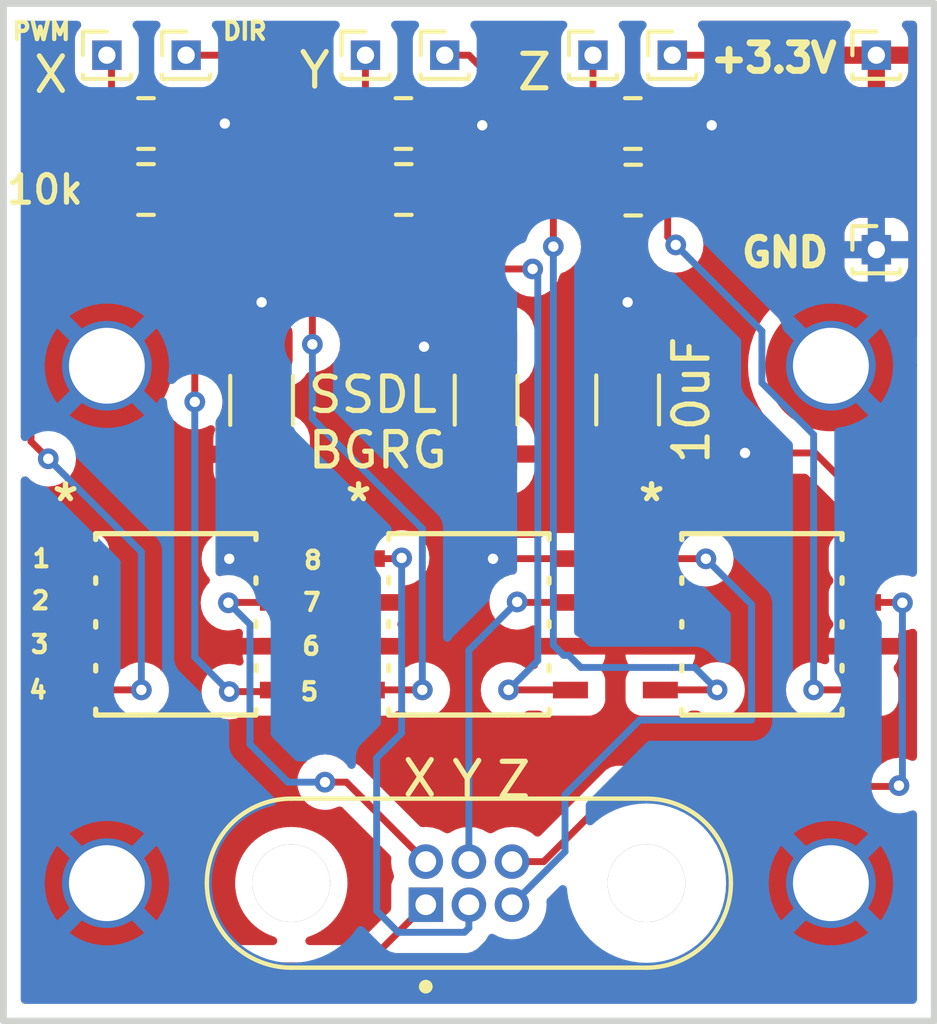
<source format=kicad_pcb>
(kicad_pcb
	(version 20240108)
	(generator "pcbnew")
	(generator_version "8.0")
	(general
		(thickness 1.6)
		(legacy_teardrops no)
	)
	(paper "A4")
	(layers
		(0 "F.Cu" signal)
		(31 "B.Cu" signal)
		(32 "B.Adhes" user "B.Adhesive")
		(33 "F.Adhes" user "F.Adhesive")
		(34 "B.Paste" user)
		(35 "F.Paste" user)
		(36 "B.SilkS" user "B.Silkscreen")
		(37 "F.SilkS" user "F.Silkscreen")
		(38 "B.Mask" user)
		(39 "F.Mask" user)
		(40 "Dwgs.User" user "User.Drawings")
		(41 "Cmts.User" user "User.Comments")
		(42 "Eco1.User" user "User.Eco1")
		(43 "Eco2.User" user "User.Eco2")
		(44 "Edge.Cuts" user)
		(45 "Margin" user)
		(46 "B.CrtYd" user "B.Courtyard")
		(47 "F.CrtYd" user "F.Courtyard")
		(48 "B.Fab" user)
		(49 "F.Fab" user)
		(50 "User.1" user)
		(51 "User.2" user)
		(52 "User.3" user)
		(53 "User.4" user)
		(54 "User.5" user)
		(55 "User.6" user)
		(56 "User.7" user)
		(57 "User.8" user)
		(58 "User.9" user)
	)
	(setup
		(pad_to_mask_clearance 0)
		(allow_soldermask_bridges_in_footprints no)
		(pcbplotparams
			(layerselection 0x00010fc_ffffffff)
			(plot_on_all_layers_selection 0x0000000_00000000)
			(disableapertmacros no)
			(usegerberextensions no)
			(usegerberattributes yes)
			(usegerberadvancedattributes yes)
			(creategerberjobfile yes)
			(dashed_line_dash_ratio 12.000000)
			(dashed_line_gap_ratio 3.000000)
			(svgprecision 4)
			(plotframeref no)
			(viasonmask no)
			(mode 1)
			(useauxorigin no)
			(hpglpennumber 1)
			(hpglpenspeed 20)
			(hpglpendiameter 15.000000)
			(pdf_front_fp_property_popups yes)
			(pdf_back_fp_property_popups yes)
			(dxfpolygonmode yes)
			(dxfimperialunits yes)
			(dxfusepcbnewfont yes)
			(psnegative no)
			(psa4output no)
			(plotreference yes)
			(plotvalue yes)
			(plotfptext yes)
			(plotinvisibletext no)
			(sketchpadsonfab no)
			(subtractmaskfromsilk no)
			(outputformat 1)
			(mirror no)
			(drillshape 1)
			(scaleselection 1)
			(outputdirectory "")
		)
	)
	(net 0 "")
	(net 1 "+3.3V")
	(net 2 "GND")
	(net 3 "Y_DIR_in")
	(net 4 "Y_PWM_in")
	(net 5 "Z_PWM_in")
	(net 6 "Z_DIR_in")
	(net 7 "X_PWM_in")
	(net 8 "X_DIR_in")
	(net 9 "Y_Torquer_Plus")
	(net 10 "Y_Torquer_minus")
	(net 11 "Z_Torquer_Plus")
	(net 12 "Z_Torquer_minus")
	(net 13 "X_Torquer_minus")
	(net 14 "X_Torquer_Plus")
	(footprint "Connector_PinHeader_1.00mm:PinHeader_1x01_P1.00mm_Vertical" (layer "F.Cu") (at 165.3 127))
	(footprint "Capacitor_SMD:C_1206_3216Metric_Pad1.33x1.80mm_HandSolder" (layer "F.Cu") (at 174 137 90))
	(footprint "G125-MV10605M2P:HARWIN_G125-MV10605M2P" (layer "F.Cu") (at 173.5 151.0032))
	(footprint "MountingHole:MountingHole_2.2mm_M2_DIN965_Pad_TopOnly" (layer "F.Cu") (at 184 151.0032))
	(footprint "Connector_PinHeader_1.00mm:PinHeader_1x01_P1.00mm_Vertical" (layer "F.Cu") (at 177.1 127))
	(footprint "Connector_PinHeader_1.00mm:PinHeader_1x01_P1.00mm_Vertical" (layer "F.Cu") (at 185.3184 127))
	(footprint "Connector_PinHeader_1.00mm:PinHeader_1x01_P1.00mm_Vertical" (layer "F.Cu") (at 185.3184 132.6388))
	(footprint "Capacitor_SMD:C_1206_3216Metric_Pad1.33x1.80mm_HandSolder" (layer "F.Cu") (at 167.4876 137.0076 90))
	(footprint "Capacitor_SMD:C_1206_3216Metric_Pad1.33x1.80mm_HandSolder" (layer "F.Cu") (at 178.1048 136.9953 90))
	(footprint "MountingHole:MountingHole_2.2mm_M2_DIN965_Pad_TopOnly" (layer "F.Cu") (at 163 151.0032))
	(footprint "Resistor_SMD:R_0805_2012Metric_Pad1.20x1.40mm_HandSolder" (layer "F.Cu") (at 164.1348 130.8936 180))
	(footprint "Resistor_SMD:R_0805_2012Metric_Pad1.20x1.40mm_HandSolder" (layer "F.Cu") (at 178.2668 130.9116 180))
	(footprint "Connector_PinHeader_1.00mm:PinHeader_1x01_P1.00mm_Vertical" (layer "F.Cu") (at 172.8 127))
	(footprint "MountingHole:MountingHole_2.2mm_M2_DIN965_Pad_TopOnly" (layer "F.Cu") (at 184 136.0032))
	(footprint "Connector_PinHeader_1.00mm:PinHeader_1x01_P1.00mm_Vertical" (layer "F.Cu") (at 179.4 127))
	(footprint "footprints:SOP8_ROM" (layer "F.Cu") (at 165 143.5))
	(footprint "footprints:SOP8_ROM" (layer "F.Cu") (at 173.5 143.5))
	(footprint "MountingHole:MountingHole_2.2mm_M2_DIN965_Pad_TopOnly" (layer "F.Cu") (at 163 136.0032))
	(footprint "footprints:SOP8_ROM" (layer "F.Cu") (at 182 143.5))
	(footprint "Resistor_SMD:R_0805_2012Metric_Pad1.20x1.40mm_HandSolder" (layer "F.Cu") (at 164.1348 128.9812))
	(footprint "Connector_PinHeader_1.00mm:PinHeader_1x01_P1.00mm_Vertical" (layer "F.Cu") (at 163 127))
	(footprint "Connector_PinHeader_1.00mm:PinHeader_1x01_P1.00mm_Vertical" (layer "F.Cu") (at 170.5 127))
	(footprint "Resistor_SMD:R_0805_2012Metric_Pad1.20x1.40mm_HandSolder" (layer "F.Cu") (at 171.6024 128.9812))
	(footprint "Resistor_SMD:R_0805_2012Metric_Pad1.20x1.40mm_HandSolder" (layer "F.Cu") (at 171.6112 130.8936 180))
	(footprint "Resistor_SMD:R_0805_2012Metric_Pad1.20x1.40mm_HandSolder" (layer "F.Cu") (at 178.2572 128.9812))
	(gr_rect
		(start 160 125.5)
		(end 187 155.0032)
		(stroke
			(width 0.2)
			(type default)
		)
		(fill none)
		(layer "Edge.Cuts")
		(uuid "88988f1d-d29f-4f45-a68c-2a7b6e8c7d04")
	)
	(gr_text "8"
		(at 168.656 141.9352 0)
		(layer "F.SilkS")
		(uuid "0da2f79e-13e2-4a17-86ff-4eb5206c7d50")
		(effects
			(font
				(size 0.5 0.5)
				(thickness 0.125)
			)
			(justify left bottom)
		)
	)
	(gr_text "7"
		(at 168.6276 143.1544 0)
		(layer "F.SilkS")
		(uuid "0edcbe48-0585-4a95-8bd3-488b66d1dde2")
		(effects
			(font
				(size 0.5 0.5)
				(thickness 0.125)
			)
			(justify left bottom)
		)
	)
	(gr_text "X\n"
		(at 171.5 148.55 0)
		(layer "F.SilkS")
		(uuid "110cb6e2-8bcd-439e-8d50-03b4778d6494")
		(effects
			(font
				(size 1 1)
				(thickness 0.15)
			)
			(justify left bottom)
		)
	)
	(gr_text "SSDL \nBGRG"
		(at 168.7576 139.0396 0)
		(layer "F.SilkS")
		(uuid "263dcc3d-806a-4329-b2e1-10aeb130323d")
		(effects
			(font
				(size 1 1)
				(thickness 0.15)
			)
			(justify left bottom)
		)
	)
	(gr_text "PWM\n"
		(at 160.2 126.6 0)
		(layer "F.SilkS")
		(uuid "27f60b43-4800-42aa-932b-dbc93bf7868e")
		(effects
			(font
				(size 0.5 0.5)
				(thickness 0.125)
			)
			(justify left bottom)
		)
	)
	(gr_text "3\n"
		(at 160.7312 144.3736 0)
		(layer "F.SilkS")
		(uuid "38b5f327-7c47-4e19-8971-1e4869a43d98")
		(effects
			(font
				(size 0.5 0.5)
				(thickness 0.125)
			)
			(justify left bottom)
		)
	)
	(gr_text "5\n"
		(at 168.5544 145.7452 0)
		(layer "F.SilkS")
		(uuid "40a6f6f0-5069-4e5c-9f17-fb35f72d725b")
		(effects
			(font
				(size 0.5 0.5)
				(thickness 0.125)
			)
			(justify left bottom)
		)
	)
	(gr_text "Y\n"
		(at 172.925 148.575 0)
		(layer "F.SilkS")
		(uuid "444d1261-51c2-4beb-9aae-d4bc047efef0")
		(effects
			(font
				(size 1 1)
				(thickness 0.15)
			)
			(justify left bottom)
		)
	)
	(gr_text "+3.3V"
		(at 180.4184 127.55 0)
		(layer "F.SilkS")
		(uuid "47372a42-b550-45c5-b026-315101e80744")
		(effects
			(font
				(size 0.8 0.8)
				(thickness 0.2)
				(bold yes)
			)
			(justify left bottom)
		)
	)
	(gr_text "X\n"
		(at 160.8 128.15 0)
		(layer "F.SilkS")
		(uuid "7d89e45b-1779-4d2d-a7d1-c2cdf029142a")
		(effects
			(font
				(size 1 1)
				(thickness 0.15)
			)
			(justify left bottom)
		)
	)
	(gr_text "4\n"
		(at 160.6804 145.6944 0)
		(layer "F.SilkS")
		(uuid "7fb9fc61-e06a-4602-95bb-0df62a3b81e4")
		(effects
			(font
				(size 0.5 0.5)
				(thickness 0.125)
			)
			(justify left bottom)
		)
	)
	(gr_text "GND"
		(at 181.3184 133.1888 0)
		(layer "F.SilkS")
		(uuid "aae640d9-9aa1-417f-8bc6-f0e4dac96d79")
		(effects
			(font
				(size 0.8 0.8)
				(thickness 0.2)
				(bold yes)
			)
			(justify left bottom)
		)
	)
	(gr_text "6"
		(at 168.6052 144.4244 0)
		(layer "F.SilkS")
		(uuid "cc217547-792d-45b3-a838-54019307a0a3")
		(effects
			(font
				(size 0.5 0.5)
				(thickness 0.125)
			)
			(justify left bottom)
		)
	)
	(gr_text "2\n"
		(at 160.7536 143.1036 0)
		(layer "F.SilkS")
		(uuid "e183995f-f31a-4048-9b9e-924b7a7ab667")
		(effects
			(font
				(size 0.5 0.5)
				(thickness 0.125)
			)
			(justify left bottom)
		)
	)
	(gr_text "Z\n"
		(at 174.225 148.6 0)
		(layer "F.SilkS")
		(uuid "e787d211-7e58-47d4-992f-04acba03b7bc")
		(effects
			(font
				(size 1 1)
				(thickness 0.15)
			)
			(justify left bottom)
		)
	)
	(gr_text "1"
		(at 160.782 141.8844 0)
		(layer "F.SilkS")
		(uuid "f1a70bda-f49c-464d-8a55-304efa1d63de")
		(effects
			(font
				(size 0.5 0.5)
				(thickness 0.125)
			)
			(justify left bottom)
		)
	)
	(gr_text "Y\n"
		(at 168.5 128.025 0)
		(layer "F.SilkS")
		(uuid "f242539b-347d-42b4-97b0-2eff86b7edd7")
		(effects
			(font
				(size 1 1)
				(thickness 0.15)
			)
			(justify left bottom)
		)
	)
	(gr_text "DIR\n\n"
		(at 166.3 127.4 0)
		(layer "F.SilkS")
		(uuid "f38fc86d-0f55-4e10-8d74-0781b70c1bec")
		(effects
			(font
				(size 0.5 0.5)
				(thickness 0.125)
			)
			(justify left bottom)
		)
	)
	(gr_text "Z"
		(at 174.825 128.075 0)
		(layer "F.SilkS")
		(uuid "fb6f7ff5-92a7-40b4-9f52-d7ff2205c4eb")
		(effects
			(font
				(size 1 1)
				(thickness 0.15)
			)
			(justify left bottom)
		)
	)
	(segment
		(start 178.1556 135.382)
		(end 178.1048 135.4328)
		(width 0.2)
		(layer "F.Cu")
		(net 2)
		(uuid "0f5f50a3-9976-403b-9b77-a8662494ef2a")
	)
	(segment
		(start 173.9875 135.45)
		(end 174 135.4375)
		(width 0.2)
		(layer "F.Cu")
		(net 2)
		(uuid "180eed2d-0e48-41af-84ae-9ee633ba49b5")
	)
	(segment
		(start 172.2 135.45)
		(end 173.9875 135.45)
		(width 0.5)
		(layer "F.Cu")
		(net 2)
		(uuid "19b4bd8e-2463-4d9c-8ac1-a467e5473a2a")
	)
	(segment
		(start 172.6532 129.032)
		(end 172.6024 128.9812)
		(width 0.2)
		(layer "F.Cu")
		(net 2)
		(uuid "2c253fbe-420b-48d4-bbe5-de08a0013db7")
	)
	(segment
		(start 173.05 129)
		(end 173 129.05)
		(width 0.2)
		(layer "F.Cu")
		(net 2)
		(uuid "386e0de8-0755-48c2-aa3a-9e5da09e9f58")
	)
	(segment
		(start 166.4208 128.9812)
		(end 165.1348 128.9812)
		(width 0.2)
		(layer "F.Cu")
		(net 2)
		(uuid "3b99a01c-5df7-4d05-bb6c-3bbac3670911")
	)
	(segment
		(start 183.5404 138.5316)
		(end 181.5084 138.5316)
		(width 0.2)
		(layer "F.Cu")
		(net 2)
		(uuid "3eb2fe5d-8fb8-4c93-93aa-276b95b23568")
	)
	(segment
		(start 173.8884 129.032)
		(end 172.6532 129.032)
		(width 0.2)
		(layer "F.Cu")
		(net 2)
		(uuid "4486cc70-6a3d-455f-af89-35beb360d116")
	)
	(segment
		(start 165.1348 128.9812)
		(end 165.0472 128.9812)
		(width 0.2)
		(layer "F.Cu")
		(net 2)
		(uuid "4c4bf6a3-e529-4be0-a137-5bad18a29ac6")
	)
	(segment
		(start 179.15 129.25)
		(end 179.1 129.3)
		(width 0.2)
		(layer "F.Cu")
		(net 2)
		(uuid "555c476e-c416-45b9-8e02-d51afe2d67a5")
	)
	(segment
		(start 178.1048 134.1628)
		(end 178.1048 135.4328)
		(width 0.5)
		(layer "F.Cu")
		(net 2)
		(uuid "6ae0bdb4-aa7b-41c3-9c1e-d1b7892669cc")
	)
	(segment
		(start 165.55 129)
		(end 165.5 129.05)
		(width 0.2)
		(layer "F.Cu")
		(net 2)
		(uuid "8bcc7ca2-17fd-47e5-aeb8-4459aa413709")
	)
	(segment
		(start 184.9464 139.9376)
		(end 183.5404 138.5316)
		(width 0.2)
		(layer "F.Cu")
		(net 2)
		(uuid "938473c8-ac8c-4930-9bb7-73814541e235")
	)
	(segment
		(start 179.308 129.032)
		(end 179.2572 128.9812)
		(width 0.2)
		(layer "F.Cu")
		(net 2)
		(uuid "a0388379-c3ed-4bf0-9dcb-69288240fe44")
	)
	(segment
		(start 180.5432 129.032)
		(end 179.308 129.032)
		(width 0.2)
		(layer "F.Cu")
		(net 2)
		(uuid "a20ca4c1-ed05-4f2f-8d52-1948764de476")
	)
	(segment
		(start 167.9414 141.6)
		(end 167.9464 141.595)
		(width 0.2)
		(layer "F.Cu")
		(net 2)
		(uuid "aec7db20-ca49-4504-a1cc-5c4d0cc83601")
	)
	(segment
		(start 179.2572 128.9812)
		(end 179.1972 128.9812)
		(width 0.2)
		(layer "F.Cu")
		(net 2)
		(uuid "aed4b3ec-54e0-41a3-b5df-1fd680b952a2")
	)
	(segment
		(start 165.0472 128.9812)
		(end 163.1348 130.8936)
		(width 0.2)
		(layer "F.Cu")
		(net 2)
		(uuid "bbc03e38-7e83-4295-8194-d3d6e6c55c04")
	)
	(segment
		(start 172.5236 128.9812)
		(end 170.6112 130.8936)
		(width 0.2)
		(layer "F.Cu")
		(net 2)
		(uuid "c0429a19-c9fa-4c3e-9c97-c44ad5d00bb8")
	)
	(segment
		(start 179.1972 128.9812)
		(end 177.2668 130.9116)
		(width 0.2)
		(layer "F.Cu")
		(net 2)
		(uuid "c1f7fc37-6d7a-4476-bd1c-9e633f60239d")
	)
	(segment
		(start 174.205 141.595)
		(end 176.4464 141.595)
		(width 0.2)
		(layer "F.Cu")
		(net 2)
		(uuid "d89369a8-29fb-43b8-ae9e-ba986f36a58c")
	)
	(segment
		(start 184.9464 141.595)
		(end 184.9464 139.9376)
		(width 0.2)
		(layer "F.Cu")
		(net 2)
		(uuid "de96975c-23c3-4fbc-9150-e94636987e4a")
	)
	(segment
		(start 174.2 141.6)
		(end 174.205 141.595)
		(width 0.2)
		(layer "F.Cu")
		(net 2)
		(uuid "e621f72f-d499-4ceb-b0b3-1d4689968c99")
	)
	(segment
		(start 173 129.5)
		(end 173 129.05)
		(width 0.2)
		(layer "F.Cu")
		(net 2)
		(uuid "e76ea47e-92f6-4ee5-baad-06b93a9b0fef")
	)
	(segment
		(start 166.55 141.6)
		(end 167.9414 141.6)
		(width 0.2)
		(layer "F.Cu")
		(net 2)
		(uuid "f274671f-6fc0-4cb5-8205-ea2a95872ab3")
	)
	(segment
		(start 172.6024 128.9812)
		(end 172.5236 128.9812)
		(width 0.2)
		(layer "F.Cu")
		(net 2)
		(uuid "f510a9d7-f449-4d31-8b04-c759c8f1091d")
	)
	(segment
		(start 167.4876 134.1628)
		(end 167.4876 135.4451)
		(width 0.5)
		(layer "F.Cu")
		(net 2)
		(uuid "f7ef9cda-1552-4caf-82ef-9c156818a0ee")
	)
	(via
		(at 178.1048 134.1628)
		(size 0.6)
		(drill 0.3)
		(layers "F.Cu" "B.Cu")
		(free yes)
		(net 2)
		(uuid "31aa214d-5974-442c-863c-0d110f126032")
	)
	(via
		(at 172.2 135.45)
		(size 0.6)
		(drill 0.3)
		(layers "F.Cu" "B.Cu")
		(free yes)
		(net 2)
		(uuid "64b6d159-a226-4da9-b088-704e88529f2c")
	)
	(via
		(at 166.55 141.6)
		(size 0.6)
		(drill 0.3)
		(layers "F.Cu" "B.Cu")
		(free yes)
		(net 2)
		(uuid "7ceccf1c-f0c6-4a4c-bab8-418f9f7c671a")
	)
	(via
		(at 166.4208 128.9812)
		(size 0.6)
		(drill 0.3)
		(layers "F.Cu" "B.Cu")
		(free yes)
		(net 2)
		(uuid "7dae82f6-16a3-4a0a-ac3a-4ca30cec753c")
	)
	(via
		(at 174.2 141.6)
		(size 0.6)
		(drill 0.3)
		(layers "F.Cu" "B.Cu")
		(free yes)
		(net 2)
		(uuid "9e011ff1-390a-48c8-820d-fa83d93bee35")
	)
	(via
		(at 181.5084 138.5316)
		(size 0.6)
		(drill 0.3)
		(layers "F.Cu" "B.Cu")
		(net 2)
		(uuid "b343113d-3cf7-434d-a483-6f1cb862e759")
	)
	(via
		(at 167.4876 134.1628)
		(size 0.6)
		(drill 0.3)
		(layers "F.Cu" "B.Cu")
		(free yes)
		(net 2)
		(uuid "ba427a93-ea4b-4479-abac-ac85a53a68f1")
	)
	(via
		(at 180.5432 129.032)
		(size 0.6)
		(drill 0.3)
		(layers "F.Cu" "B.Cu")
		(free yes)
		(net 2)
		(uuid "bcb5c5cb-b2e9-44d3-903e-f38c4be07b36")
	)
	(via
		(at 173.8884 129.032)
		(size 0.6)
		(drill 0.3)
		(layers "F.Cu" "B.Cu")
		(free yes)
		(net 2)
		(uuid "da40d2e2-852e-49ee-a133-5947dccd793f")
	)
	(segment
		(start 186.3968 136.0032)
		(end 186.4 136)
		(width 0.2)
		(layer "B.Cu")
		(net 2)
		(uuid "332d6061-e610-48b1-96da-ae37f56cb6d1")
	)
	(segment
		(start 175 128.5)
		(end 175 129.5)
		(width 0.2)
		(layer "F.Cu")
		(net 3)
		(uuid "14e0418c-b243-407e-bcb1-924f8a08f426")
	)
	(segment
		(start 172.6112 132.2112)
		(end 173.5976 133.1976)
		(width 0.2)
		(layer "F.Cu")
		(net 3)
		(uuid "170e067e-1358-4e5e-9ae6-cbd75dda491e")
	)
	(segment
		(start 172.6112 130.8936)
		(end 172.6112 132.2112)
		(width 0.2)
		(layer "F.Cu")
		(net 3)
		(uuid "21ce10fd-eea1-4434-90ba-5b1cd6f02f59")
	)
	(segment
		(start 175 129.5)
		(end 173.6064 130.8936)
		(width 0.2)
		(layer "F.Cu")
		(net 3)
		(uuid "3f0066dc-8f87-4dc7-ae51-f7fb9c6ee60a")
	)
	(segment
		(start 174.65 145.4)
		(end 176.4414 145.4)
		(width 0.2)
		(layer "F.Cu")
		(net 3)
		(uuid "53a440b0-a69f-491e-af47-5d30d7aae0c8")
	)
	(segment
		(start 175.2992 133.1468)
		(end 175.35 133.1976)
		(width 0.2)
		(layer "F.Cu")
		(net 3)
		(uuid "57a5b08d-2143-404c-9be8-e08d189d04d4")
	)
	(segment
		(start 173.5 127)
		(end 175 128.5)
		(width 0.2)
		(layer "F.Cu")
		(net 3)
		(uuid "72ed0540-b591-45a9-ac06-045c3806341e")
	)
	(segment
		(start 173.5976 133.1976)
		(end 175.35 133.1976)
		(width 0.2)
		(layer "F.Cu")
		(net 3)
		(uuid "8de64193-27d4-416d-8390-11ddc20e32c2")
	)
	(segment
		(start 173.6064 130.8936)
		(end 172.6112 130.8936)
		(width 0.2)
		(layer "F.Cu")
		(net 3)
		(uuid "95db9beb-bce4-4eeb-9ce8-78b94c0d86b0")
	)
	(segment
		(start 176.4414 145.4)
		(end 176.4464 145.405)
		(width 0.2)
		(layer "F.Cu")
		(net 3)
		(uuid "a9c69759-9705-42d6-992f-4f2482ae6036")
	)
	(segment
		(start 172.8 127)
		(end 173.5 127)
		(width 0.2)
		(layer "F.Cu")
		(net 3)
		(uuid "cf60c995-299f-4b05-8055-37227e3a0bf3")
	)
	(via
		(at 174.65 145.4)
		(size 0.6)
		(drill 0.3)
		(layers "F.Cu" "B.Cu")
		(net 3)
		(uuid "907bd23a-eb4c-46f1-b1a6-47be216e5a9e")
	)
	(via
		(at 175.35 133.1976)
		(size 0.6)
		(drill 0.3)
		(layers "F.Cu" "B.Cu")
		(net 3)
		(uuid "ce852b94-2e99-48d9-9979-b0ebcd261daf")
	)
	(segment
		(start 175.35 133.1976)
		(end 175.5 133.3476)
		(width 0.2)
		(layer "B.Cu")
		(net 3)
		(uuid "06551664-d27d-4c60-a407-754011cd1ff1")
	)
	(segment
		(start 175.5 133.3476)
		(end 175.5 144.55)
		(width 0.2)
		(layer "B.Cu")
		(net 3)
		(uuid "556a2827-51b8-42c6-bc1b-f2e34fdab8a2")
	)
	(segment
		(start 175.5 144.55)
		(end 174.65 145.4)
		(width 0.2)
		(layer "B.Cu")
		(net 3)
		(uuid "cfbd2074-3f77-44b3-a878-6e21d0bb9df9")
	)
	(segment
		(start 170.5 128.8788)
		(end 170.6024 128.9812)
		(width 0.2)
		(layer "F.Cu")
		(net 4)
		(uuid "32985ee3-4672-44e6-a01f-c67f0df02cb8")
	)
	(segment
		(start 172.15 145.4)
		(end 170.5586 145.4)
		(width 0.2)
		(layer "F.Cu")
		(net 4)
		(uuid "6f33c732-b806-4603-8c2e-bf9aa6687131")
	)
	(segment
		(start 168.9608 130.6228)
		(end 168.9608 135.382)
		(width 0.2)
		(layer "F.Cu")
		(net 4)
		(uuid "80569796-64d5-4c33-8ddd-562797667958")
	)
	(segment
		(start 170.5586 145.4)
		(end 170.5536 145.405)
		(width 0.2)
		(layer "F.Cu")
		(net 4)
		(uuid "90d893ab-b3c3-4e32-b2c9-569f15743124")
	)
	(segment
		(start 170.6024 128.9812)
		(end 168.9608 130.6228)
		(width 0.2)
		(layer "F.Cu")
		(net 4)
		(uuid "9e51d75d-8453-4127-aedb-c863e185fbfd")
	)
	(segment
		(start 170.5 127)
		(end 170.5 128.8788)
		(width 0.2)
		(layer "F.Cu")
		(net 4)
		(uuid "f60e9fc5-86e3-48e1-9e2c-9799e462bdf2")
	)
	(via
		(at 168.9608 135.382)
		(size 0.6)
		(drill 0.3)
		(layers "F.Cu" "B.Cu")
		(net 4)
		(uuid "05494260-b071-4735-a98f-94f5b3e0b44f")
	)
	(via
		(at 172.15 145.4)
		(size 0.6)
		(drill 0.3)
		(layers "F.Cu" "B.Cu")
		(net 4)
		(uuid "f59f9519-84a7-4cdb-a846-7900489f2323")
	)
	(segment
		(start 168.9608 135.382)
		(end 168.9608 137.5358)
		(width 0.2)
		(layer "B.Cu")
		(net 4)
		(uuid "33cd56ca-12e7-4d80-97a6-aed6977967d4")
	)
	(segment
		(start 168.9608 137.5358)
		(end 172.15 140.725)
		(width 0.2)
		(layer "B.Cu")
		(net 4)
		(uuid "915996c3-2fd9-4b47-8d3c-ba49cebf1aac")
	)
	(segment
		(start 172.15 140.725)
		(end 172.15 145.4)
		(width 0.2)
		(layer "B.Cu")
		(net 4)
		(uuid "d318788c-20a4-4e26-8ace-ff0121ff04c6")
	)
	(segment
		(start 177.2572 128.9812)
		(end 175.95 130.2884)
		(width 0.2)
		(layer "F.Cu")
		(net 5)
		(uuid "349525ad-f1da-4988-ac58-bd9cb9a033de")
	)
	(segment
		(start 177.1 128.85)
		(end 177.4 129.15)
		(width 0.2)
		(layer "F.Cu")
		(net 5)
		(uuid "489ee6aa-281b-4609-ad4f-90ba2fe6c798")
	)
	(segment
		(start 179.0586 145.4)
		(end 179.0536 145.405)
		(width 0.2)
		(layer "F.Cu")
		(net 5)
		(uuid "49da7d5f-ff17-4d18-b85c-05c4d2430cff")
	)
	(segment
		(start 175.95 130.2884)
		(end 175.95 132.548529)
		(width 0.2)
		(layer "F.Cu")
		(net 5)
		(uuid "4a9b8f16-4432-46f6-99e0-7c9f0a5ce998")
	)
	(segment
		(start 177.4 129.15)
		(end 177.4 129.5)
		(width 0.2)
		(layer "F.Cu")
		(net 5)
		(uuid "648d9fb8-caca-4d64-bd17-c317b4973e8d")
	)
	(segment
		(start 177.1 127)
		(end 177.1 128.824)
		(width 0.2)
		(layer "F.Cu")
		(net 5)
		(uuid "6cb837fa-3e2d-44f1-8dc6-47fb6fbd9ca6")
	)
	(segment
		(start 177.1 128.824)
		(end 177.2572 128.9812)
		(width 0.2)
		(layer "F.Cu")
		(net 5)
		(uuid "c38c8c3c-f2e0-4a2c-8d53-a7c8e05b4f32")
	)
	(segment
		(start 180.7 145.4)
		(end 179.0586 145.4)
		(width 0.2)
		(layer "F.Cu")
		(net 5)
		(uuid "ed71b605-5986-4c3b-b2c1-ceb42b203b50")
	)
	(via
		(at 175.95 132.548529)
		(size 0.6)
		(drill 0.3)
		(layers "F.Cu" "B.Cu")
		(net 5)
		(uuid "d7763bf6-5376-48bd-a09a-292735cce576")
	)
	(via
		(at 180.7 145.4)
		(size 0.6)
		(drill 0.3)
		(layers "F.Cu" "B.Cu")
		(net 5)
		(uuid "e17488e6-82eb-451f-972e-057d994fb957")
	)
	(segment
		(start 176.75 144.75)
		(end 179.4 144.75)
		(width 0.2)
		(layer "B.Cu")
		(net 5)
		(uuid "198365c5-ea24-4fcf-a6ae-6185a9007763")
	)
	(segment
		(start 175.95 132.548529)
		(end 175.95 144.1)
		(width 0.2)
		(layer "B.Cu")
		(net 5)
		(uuid "1f157779-0ac2-4a68-aae4-e5c067fae02b")
	)
	(segment
		(start 176.25 144.4)
		(end 176.4 144.4)
		(width 0.2)
		(layer "B.Cu")
		(net 5)
		(uuid "60a6f94f-11a3-4a5d-bf30-26d12b243ee3")
	)
	(segment
		(start 176.4 144.4)
		(end 176.75 144.75)
		(width 0.2)
		(layer "B.Cu")
		(net 5)
		(uuid "a3aa8871-ae00-4cb8-9794-664e6c59192b")
	)
	(segment
		(start 175.95 144.1)
		(end 176.25 144.4)
		(width 0.2)
		(layer "B.Cu")
		(net 5)
		(uuid "c9f5874b-f54b-41c9-97f4-9828651096c2")
	)
	(segment
		(start 179.4 144.75)
		(end 180.05 144.75)
		(width 0.2)
		(layer "B.Cu")
		(net 5)
		(uuid "dc003cae-4008-4655-94ee-84b289cc90a3")
	)
	(segment
		(start 180.05 144.75)
		(end 180.7 145.4)
		(width 0.2)
		(layer "B.Cu")
		(net 5)
		(uuid "fd5b2c95-d157-4d6f-a997-a4948ca95e37")
	)
	(segment
		(start 181.5 128)
		(end 181.5 130)
		(width 0.2)
		(layer "F.Cu")
		(net 6)
		(uuid "0ed0a579-d2e8-4c8b-a131-0ec898bac651")
	)
	(segment
		(start 179.2668 130.9116)
		(end 179.2668 132.2668)
		(width 0.2)
		(layer "F.Cu")
		(net 6)
		(uuid "1b49d130-cfd5-4813-b8fe-fa5f9c6c222a")
	)
	(segment
		(start 184.9414 145.4)
		(end 184.9464 145.405)
		(width 0.2)
		(layer "F.Cu")
		(net 6)
		(uuid "244ff126-5c2d-460b-8a21-b83eed12476a")
	)
	(segment
		(start 179.4 127)
		(end 180.5 127)
		(width 0.2)
		(layer "F.Cu")
		(net 6)
		(uuid "4aab3ca7-ff87-4f58-a9de-ac06fd821e4d")
	)
	(segment
		(start 180.5884 130.9116)
		(end 179.2668 130.9116)
		(width 0.2)
		(layer "F.Cu")
		(net 6)
		(uuid "6262d880-bcba-4498-9574-0b7283a529a6")
	)
	(segment
		(start 181.5 130)
		(end 180.5884 130.9116)
		(width 0.2)
		(layer "F.Cu")
		(net 6)
		(uuid "7f8896a2-be1b-47f9-8d97-ae09e147d290")
	)
	(segment
		(start 179.2668 132.2668)
		(end 179.5 132.5)
		(width 0.2)
		(layer "F.Cu")
		(net 6)
		(uuid "9f5f954e-9dae-4c2c-91e7-72fd8646e417")
	)
	(segment
		(start 183.5 145.4)
		(end 184.9414 145.4)
		(width 0.2)
		(layer "F.Cu")
		(net 6)
		(uuid "a0416365-e9bc-4c63-b05c-b108d1520ef1")
	)
	(segment
		(start 180.5 127)
		(end 181.5 128)
		(width 0.2)
		(layer "F.Cu")
		(net 6)
		(uuid "b005e2d0-d5cb-4bc8-aeb9-15f8c46e71b3")
	)
	(via
		(at 179.5 132.5)
		(size 0.6)
		(drill 0.3)
		(layers "F.Cu" "B.Cu")
		(net 6)
		(uuid "5eb4c77d-91b1-4375-8358-a40d12ccdb82")
	)
	(via
		(at 183.5 145.4)
		(size 0.6)
		(drill 0.3)
		(layers "F.Cu" "B.Cu")
		(net 6)
		(uuid "b70ccf82-2ea4-435d-a252-fbd1cba389c1")
	)
	(segment
		(start 179.5 132.5)
		(end 182 135)
		(width 0.2)
		(layer "B.Cu")
		(net 6)
		(uuid "24b5408b-e40f-4f75-ba97-8aba076f7392")
	)
	(segment
		(start 183.5 138)
		(end 183.5 145.4)
		(width 0.2)
		(layer "B.Cu")
		(net 6)
		(uuid "2adb98b4-c1b2-4db5-8724-6847db359d8b")
	)
	(segment
		(start 182 136.5)
		(end 183.5 138)
		(width 0.2)
		(layer "B.Cu")
		(net 6)
		(uuid "5f18281b-6238-4492-9758-91bd4f2748ea")
	)
	(segment
		(start 182 135)
		(end 182 136.5)
		(width 0.2)
		(layer "B.Cu")
		(net 6)
		(uuid "d4b6232a-9d9e-4b28-a6d3-e6774174a469")
	)
	(segment
		(start 179.5 132.5)
		(end 179.5 132.7)
		(width 0.2)
		(layer "B.Cu")
		(net 6)
		(uuid "efe7bb26-f411-47b4-994b-1a46a793afb1")
	)
	(segment
		(start 162.0586 145.4)
		(end 162.0536 145.405)
		(width 0.2)
		(layer "F.Cu")
		(net 7)
		(uuid "525d600e-86ad-4348-ad74-85941e63aece")
	)
	(segment
		(start 160.8 130.1824)
		(end 160.8 138.2)
		(width 0.2)
		(layer "F.Cu")
		(net 7)
		(uuid "52fa6407-5d8c-47fb-9217-ddb2b5099a90")
	)
	(segment
		(start 163.1348 128.9812)
		(end 163.1348 127.1348)
		(width 0.2)
		(layer "F.Cu")
		(net 7)
		(uuid "5ca8a895-2ea4-4fe3-a53b-ce7bdef6b0cc")
	)
	(segment
		(start 163.1348 128.9812)
		(end 162.0012 128.9812)
		(width 0.2)
		(layer "F.Cu")
		(net 7)
		(uuid "66309f84-96b3-4adc-891c-01a95e456ce0")
	)
	(segment
		(start 160.8 138.2)
		(end 161.3 138.7)
		(width 0.2)
		(layer "F.Cu")
		(net 7)
		(uuid "67759c5f-7528-454a-82a8-49ffca441189")
	)
	(segment
		(start 163.1348 127.1348)
		(end 163 127)
		(width 0.2)
		(layer "F.Cu")
		(net 7)
		(uuid "7d1829c8-f508-4d46-a750-881b9c214efe")
	)
	(segment
		(start 162.0012 128.9812)
		(end 160.8 130.1824)
		(width 0.2)
		(layer "F.Cu")
		(net 7)
		(uuid "c8b873af-07e0-4817-a72d-36c8ab452986")
	)
	(segment
		(start 164 145.4)
		(end 162.0586 145.4)
		(width 0.2)
		(layer "F.Cu")
		(net 7)
		(uuid "e229b71b-b0a6-423e-ac71-44086b035543")
	)
	(via
		(at 161.3 138.7)
		(size 0.6)
		(drill 0.3)
		(layers "F.Cu" "B.Cu")
		(net 7)
		(uuid "1fcc5f91-a1e8-4687-bc9f-cb228ad29f73")
	)
	(via
		(at 164 145.4)
		(size 0.6)
		(drill 0.3)
		(layers "F.Cu" "B.Cu")
		(net 7)
		(uuid "80fd65c2-215e-4424-9213-61fca40edd4d")
	)
	(segment
		(start 161.3 138.7)
		(end 164 141.4)
		(width 0.2)
		(layer "B.Cu")
		(net 7)
		(uuid "90433e4a-bbe2-4a7d-b4c7-d365e51f0e98")
	)
	(segment
		(start 164 141.4)
		(end 164 145.4)
		(width 0.2)
		(layer "B.Cu")
		(net 7)
		(uuid "c7dbc0cd-6a06-4b72-b2b7-7beea6e588eb")
	)
	(segment
		(start 165.3 127)
		(end 166.4716 127)
		(width 0.2)
		(layer "F.Cu")
		(net 8)
		(uuid "0d0bf4da-476f-434a-8210-3fb5b04ed91f")
	)
	(segment
		(start 165.55 133.3428)
		(end 165.55 137.05)
		(width 0.2)
		(layer "F.Cu")
		(net 8)
		(uuid "1e5027fa-af35-4b17-80e0-74c5c443050a")
	)
	(segment
		(start 167.7416 128.27)
		(end 167.7416 129.7432)
		(width 0.2)
		(layer "F.Cu")
		(net 8)
		(uuid "22a5748f-b4b5-40f7-9b79-9f3ee0b3e8b1")
	)
	(segment
		(start 165.1348 132.9276)
		(end 165.55 133.3428)
		(width 0.2)
		(layer "F.Cu")
		(net 8)
		(uuid "767ffe7b-15d1-4d8f-abd2-737271e8d949")
	)
	(segment
		(start 166.55 145.45)
		(end 167.9014 145.45)
		(width 0.2)
		(layer "F.Cu")
		(net 8)
		(uuid "8a75aaaa-1a00-43ea-955b-7ee798538cc8")
	)
	(segment
		(start 166.4716 127)
		(end 167.7416 128.27)
		(width 0.2)
		(layer "F.Cu")
		(net 8)
		(uuid "8f658e03-39df-4c0b-8d1d-8421fded5021")
	)
	(segment
		(start 167.7416 129.7432)
		(end 166.5912 130.8936)
		(width 0.2)
		(layer "F.Cu")
		(net 8)
		(uuid "c0ac53e8-ec5a-494a-b1f7-55467dfe2399")
	)
	(segment
		(start 167.9014 145.45)
		(end 167.9464 145.405)
		(width 0.2)
		(layer "F.Cu")
		(net 8)
		(uuid "c96c9925-d29e-4ae5-80bd-86728b3ab2b2")
	)
	(segment
		(start 165.1348 130.8936)
		(end 165.1348 132.9276)
		(width 0.2)
		(layer "F.Cu")
		(net 8)
		(uuid "cc6818a5-0a8d-4f47-8206-479a9ba8a79f")
	)
	(segment
		(start 166.5912 130.8936)
		(end 165.1348 130.8936)
		(width 0.2)
		(layer "F.Cu")
		(net 8)
		(uuid "e6e0bda2-50a0-4b5d-a4b3-45553c3192d8")
	)
	(segment
		(start 165.5 137)
		(end 165.55 137.05)
		(width 0.2)
		(layer "F.Cu")
		(net 8)
		(uuid "f2786f18-b962-4db2-9ca8-755fa9d00cb3")
	)
	(via
		(at 166.55 145.45)
		(size 0.6)
		(drill 0.3)
		(layers "F.Cu" "B.Cu")
		(net 8)
		(uuid "e306f31a-f4d7-4b60-8038-59068abf7c7e")
	)
	(via
		(at 165.55 137.05)
		(size 0.6)
		(drill 0.3)
		(layers "F.Cu" "B.Cu")
		(net 8)
		(uuid "fbae2657-3b11-4c5e-8921-374008301b56")
	)
	(segment
		(start 165.55 144.45)
		(end 166.55 145.45)
		(width 0.2)
		(layer "B.Cu")
		(net 8)
		(uuid "33d7af49-368b-47e1-ab7c-254396003178")
	)
	(segment
		(start 165.55 137.05)
		(end 165.55 144.45)
		(width 0.2)
		(layer "B.Cu")
		(net 8)
		(uuid "624c392e-8ae4-4892-88e9-a718691c6ed2")
	)
	(segment
		(start 170.5536 141.595)
		(end 170.92 141.595)
		(width 0.2)
		(layer "F.Cu")
		(net 9)
		(uuid "45a59984-bf3b-48c0-9846-634b91a9676e")
	)
	(segment
		(start 171.53 141.595)
		(end 171.55 141.575)
		(width 0.2)
		(layer "F.Cu")
		(net 9)
		(uuid "a831fd35-d116-43ac-82d6-f0fadb3c6413")
	)
	(segment
		(start 170.5536 141.595)
		(end 171.53 141.595)
		(width 0.2)
		(layer "F.Cu")
		(net 9)
		(uuid "ca5833c0-6371-43b5-9e20-b0134e0a65a5")
	)
	(via
		(at 171.55 141.575)
		(size 0.6)
		(drill 0.3)
		(layers "F.Cu" "B.Cu")
		(net 9)
		(uuid "530f6a4f-6f38-4ac6-a2e6-56d2fec5247b")
	)
	(segment
		(start 170.824265 151.802465)
		(end 171.45 152.4282)
		(width 0.2)
		(layer "B.Cu")
		(net 9)
		(uuid "7fbc4b8d-417d-496b-884d-702ee77672ee")
	)
	(segment
		(start 173.3718 152.4282)
		(end 173.5 152.3)
		(width 0.2)
		(layer "B.Cu")
		(net 9)
		(uuid "893a816a-4a2d-4383-a2e7-ec0c2b7f41f9")
	)
	(segment
		(start 171.55 146.65)
		(end 170.824265 147.375735)
		(width 0.2)
		(layer "B.Cu")
		(net 9)
		(uuid "a4e67fe1-32f6-459d-8485-d70a75fbedc4")
	)
	(segment
		(start 171.55 141.575)
		(end 171.55 146.65)
		(width 0.2)
		(layer "B.Cu")
		(net 9)
		(uuid "c2ee721f-bc5c-409c-953c-5d5f98c41f46")
	)
	(segment
		(start 171.45 152.4282)
		(end 173.3718 152.4282)
		(width 0.2)
		(layer "B.Cu")
		(net 9)
		(uuid "de5d1f59-850d-4e37-b138-6532cbbd981e")
	)
	(segment
		(start 170.824265 147.375735)
		(end 170.824265 151.802465)
		(width 0.2)
		(layer "B.Cu")
		(net 9)
		(uuid "e72e7faf-5d8c-42a1-a216-478d7bee1907")
	)
	(segment
		(start 173.5 152.3)
		(end 173.5 151.6282)
		(width 0.2)
		(layer "B.Cu")
		(net 9)
		(uuid "eca3c21a-dfc8-4a1b-a759-ecd263af2eb5")
	)
	(segment
		(start 174.915 142.865)
		(end 174.9 142.85)
		(width 0.2)
		(layer "F.Cu")
		(net 10)
		(uuid "1d402b22-8446-4e3b-a27c-490f59008b73")
	)
	(segment
		(start 176.4464 142.865)
		(end 174.915 142.865)
		(width 0.2)
		(layer "F.Cu")
		(net 10)
		(uuid "a1665caf-0001-4fc4-a61e-40884fe30e93")
	)
	(via
		(at 174.9 142.85)
		(size 0.6)
		(drill 0.3)
		(layers "F.Cu" "B.Cu")
		(net 10)
		(uuid "b9168439-aa14-4925-b83d-df066dac4943")
	)
	(segment
		(start 173.5 144.25)
		(end 173.5 150.3782)
		(width 0.2)
		(layer "B.Cu")
		(net 10)
		(uuid "38298666-f0cc-4c24-8275-6c356bf2fc43")
	)
	(segment
		(start 174.9 142.85)
		(end 173.5 144.25)
		(width 0.2)
		(layer "B.Cu")
		(net 10)
		(uuid "ea7bdaa8-3874-48f4-a97a-2e178a7dd012")
	)
	(segment
		(start 180.37 141.595)
		(end 180.375 141.6)
		(width 0.2)
		(layer "F.Cu")
		(net 11)
		(uuid "40982c05-b0d0-4227-8795-14e354273168")
	)
	(segment
		(start 179.0536 141.595)
		(end 180.37 141.595)
		(width 0.2)
		(layer "F.Cu")
		(net 11)
		(uuid "490d3809-9681-44fc-948e-028543e98b30")
	)
	(via
		(at 180.375 141.6)
		(size 0.6)
		(drill 0.3)
		(layers "F.Cu" "B.Cu")
		(net 11)
		(uuid "3621da7e-fc15-4b94-b96c-2fbbdeee1605")
	)
	(segment
		(start 180.375 141.6)
		(end 181.7 142.925)
		(width 0.2)
		(layer "B.Cu")
		(net 11)
		(uuid "1504fb8d-c648-4922-9f1e-58da98ce62f2")
	)
	(segment
		(start 181.7 146.275)
		(end 178.45173 146.275)
		(width 0.2)
		(layer "B.Cu")
		(net 11)
		(uuid "5812c93a-15e2-443d-b653-7f375ac79642")
	)
	(segment
		(start 181.7 142.925)
		(end 181.7 146.275)
		(width 0.2)
		(layer "B.Cu")
		(net 11)
		(uuid "69075af4-3229-45d1-8e3d-473ffc7d875e")
	)
	(segment
		(start 176.288365 150.089835)
		(end 174.75 151.6282)
		(width 0.2)
		(layer "B.Cu")
		(net 11)
		(uuid "6e9baf46-f5e5-47fc-88c3-dc9d6618ad13")
	)
	(segment
		(start 178.45173 146.275)
		(end 176.288365 148.438365)
		(width 0.2)
		(layer "B.Cu")
		(net 11)
		(uuid "854af555-70df-4b2d-9fa8-9d5318cfaf50")
	)
	(segment
		(start 176.288365 148.438365)
		(end 176.288365 150.089835)
		(width 0.2)
		(layer "B.Cu")
		(net 11)
		(uuid "a6334cf7-3667-4af1-975c-ade3db61286e")
	)
	(segment
		(start 175.6718 150.3782)
		(end 174.75 150.3782)
		(width 0.2)
		(layer "F.Cu")
		(net 12)
		(uuid "3fd161b9-fdcb-416b-a526-91bab530b176")
	)
	(segment
		(start 186.065 142.865)
		(end 186.075 142.875)
		(width 0.2)
		(layer "F.Cu")
		(net 12)
		(uuid "5eeabc60-66c3-4007-906c-020785450f65")
	)
	(segment
		(start 185.975 148.175)
		(end 185.95 148.2)
		(width 0.2)
		(layer "F.Cu")
		(net 12)
		(uuid "602a076f-6fe3-4da9-8f93-ba43c7208715")
	)
	(segment
		(start 185.95 148.2)
		(end 177.85 148.2)
		(width 0.2)
		(layer "F.Cu")
		(net 12)
		(uuid "74970760-2f34-4911-930f-99a06a35ea11")
	)
	(segment
		(start 184.9464 142.865)
		(end 186.065 142.865)
		(width 0.2)
		(layer "F.Cu")
		(net 12)
		(uuid "cb455025-564e-49b9-b7e5-3c3a59faebeb")
	)
	(segment
		(start 177.85 148.2)
		(end 175.6718 150.3782)
		(width 0.2)
		(layer "F.Cu")
		(net 12)
		(uuid "d3154d8d-a740-4308-a8b9-10e941eccbf5")
	)
	(via
		(at 186.075 142.875)
		(size 0.6)
		(drill 0.3)
		(layers "F.Cu" "B.Cu")
		(net 12)
		(uuid "0fcc9d09-770c-43c3-bd5d-d704fe6fe72e")
	)
	(via
		(at 185.975 148.175)
		(size 0.6)
		(drill 0.3)
		(layers "F.Cu" "B.Cu")
		(net 12)
		(uuid "1392d25a-be76-401b-aeee-30600d36796f")
	)
	(segment
		(start 186.075 142.875)
		(end 186.075 148.075)
		(width 0.2)
		(layer "B.Cu")
		(net 12)
		(uuid "571478e6-dc8b-46b0-99f3-eee69a414a27")
	)
	(segment
		(start 186.075 148.075)
		(end 185.975 148.175)
		(width 0.2)
		(layer "B.Cu")
		(net 12)
		(uuid "f28df475-47f0-41a4-9838-692be992ac19")
	)
	(segment
		(start 166.535 142.865)
		(end 166.525 142.875)
		(width 0.2)
		(layer "F.Cu")
		(net 13)
		(uuid "572b3edb-1ea9-4ac9-bb64-285662eb92a1")
	)
	(segment
		(start 169.325 148.075)
		(end 169.9468 148.075)
		(width 0.2)
		(layer "F.Cu")
		(net 13)
		(uuid "6a253d92-0640-4ca7-bced-0390f7fede20")
	)
	(segment
		(start 167.9464 142.865)
		(end 166.535 142.865)
		(width 0.2)
		(layer "F.Cu")
		(net 13)
		(uuid "7a3ec57a-c375-48ca-959a-bb2c5668e611")
	)
	(segment
		(start 169.9468 148.075)
		(end 172.25 150.3782)
		(width 0.2)
		(layer "F.Cu")
		(net 13)
		(uuid "b4264ba2-cfc4-49a0-a8fe-63aaeca568ea")
	)
	(via
		(at 166.525 142.875)
		(size 0.6)
		(drill 0.3)
		(layers "F.Cu" "B.Cu")
		(net 13)
		(uuid "025be153-cebc-419c-ae01-cf5a5d7de710")
	)
	(via
		(at 169.325 148.075)
		(size 0.6)
		(drill 0.3)
		(layers "F.Cu" "B.Cu")
		(net 13)
		(uuid "8800adfc-30ac-4d4f-8ee2-07f9215b189e")
	)
	(segment
		(start 167.15 146.975)
		(end 167.675 147.5)
		(width 0.2)
		(layer "B.Cu")
		(net 13)
		(uuid "16cc5e12-3a21-47ea-998e-36b5998a31be")
	)
	(segment
		(start 167.15 143.5)
		(end 167.15 146.975)
		(width 0.2)
		(layer "B.Cu")
		(net 13)
		(uuid "17049984-6116-40d1-8dca-800d3d6768f9")
	)
	(segment
		(start 167.675 147.5)
		(end 168.25 148.075)
		(width 0.2)
		(layer "B.Cu")
		(net 13)
		(uuid "3a1e5af5-b80b-429a-9f12-f0859df81775")
	)
	(segment
		(start 168.25 148.075)
		(end 169.325 148.075)
		(width 0.2)
		(layer "B.Cu")
		(net 13)
		(uuid "6c21c1ce-4a81-47f8-b1e1-7759704a6aff")
	)
	(segment
		(start 166.525 142.875)
		(end 167.15 143.5)
		(width 0.2)
		(layer "B.Cu")
		(net 13)
		(uuid "a0e87300-8884-431a-8802-c355dfc003b9")
	)
	(segment
		(start 162.28553 153.4)
		(end 170.4782 153.4)
		(width 0.2)
		(layer "F.Cu")
		(net 14)
		(uuid "14e62784-9359-4e2a-b99e-d3f5b45bd85f")
	)
	(segment
		(start 170.4782 153.4)
		(end 172.25 151.6282)
		(width 0.2)
		(layer "F.Cu")
		(net 14)
		(uuid "157ba94c-bf31-4c1a-a5b3-1e627d0c4b7a")
	)
	(segment
		(start 160.8 151.91447)
		(end 162.28553 153.4)
		(width 0.2)
		(layer "F.Cu")
		(net 14)
		(uuid "3ae181d3-0b18-4a5b-9027-60ea282405b3")
	)
	(segment
		(start 162.0536 141.595)
		(end 160.8 142.8486)
		(width 0.2)
		(layer "F.Cu")
		(net 14)
		(uuid "5170d6aa-824a-466f-981d-0e640c747088")
	)
	(segment
		(start 160.8 142.8486)
		(end 160.8 151.91447)
		(width 0.2)
		(layer "F.Cu")
		(net 14)
		(uuid "e3ec4978-8d50-4229-98ce-c44f9f9ccaa9")
	)
	(zone
		(net 1)
		(net_name "+3.3V")
		(layer "F.Cu")
		(uuid "d91f6c48-cee7-4db8-ba37-e0a00f9063e3")
		(hatch edge 0.5)
		(connect_pads
			(clearance 0.5)
		)
		(min_thickness 0.25)
		(filled_areas_thickness no)
		(fill yes
			(thermal_gap 0.5)
			(thermal_bridge_width 0.5)
		)
		(polygon
			(pts
				(xy 160 155.0032) (xy 187 155.0032) (xy 187 125.5) (xy 160 125.5)
			)
		)
		(filled_polygon
			(layer "F.Cu")
			(pts
				(xy 184.521199 126.020185) (xy 184.566954 126.072989) (xy 184.576898 126.142147) (xy 184.547873 126.205703)
				(xy 184.541841 126.212181) (xy 184.536209 126.217812) (xy 184.450049 126.332906) (xy 184.450045 126.332913)
				(xy 184.399803 126.46762) (xy 184.399801 126.467627) (xy 184.3934 126.527155) (xy 184.3934 126.75)
				(xy 185.268672 126.75) (xy 185.176786 126.78806) (xy 185.10646 126.858386) (xy 185.0684 126.950272)
				(xy 185.0684 127.049728) (xy 185.10646 127.141614) (xy 185.176786 127.21194) (xy 185.268672 127.25)
				(xy 185.368128 127.25) (xy 185.460014 127.21194) (xy 185.53034 127.141614) (xy 185.5684 127.049728)
				(xy 185.5684 126.950272) (xy 185.53034 126.858386) (xy 185.460014 126.78806) (xy 185.368128 126.75)
				(xy 186.2434 126.75) (xy 186.2434 126.527172) (xy 186.243399 126.527155) (xy 186.236998 126.467627)
				(xy 186.236996 126.46762) (xy 186.186754 126.332913) (xy 186.18675 126.332906) (xy 186.10059 126.217812)
				(xy 186.094959 126.212181) (xy 186.061474 126.150858) (xy 186.066458 126.081166) (xy 186.10833 126.025233)
				(xy 186.173794 126.000816) (xy 186.18264 126.0005) (xy 186.3755 126.0005) (xy 186.442539 126.020185)
				(xy 186.488294 126.072989) (xy 186.4995 126.1245) (xy 186.4995 135.144784) (xy 186.479815 135.211823)
				(xy 186.427011 135.257578) (xy 186.357853 135.267522) (xy 186.294297 135.238497) (xy 186.257569 135.183102)
				(xy 186.23634 135.117768) (xy 186.236338 135.117763) (xy 186.15633 134.947738) (xy 186.107733 134.844464)
				(xy 186.02885 134.720164) (xy 185.945888 134.589436) (xy 185.918512 134.556344) (xy 185.753349 134.356696)
				(xy 185.66582 134.274501) (xy 185.533163 134.149927) (xy 185.533153 134.149919) (xy 185.288806 133.972391)
				(xy 185.288799 133.972386) (xy 185.288795 133.972384) (xy 185.024104 133.826868) (xy 185.024102 133.826867)
				(xy 185.024098 133.826865) (xy 184.965315 133.803591) (xy 184.91023 133.76061) (xy 184.887127 133.69467)
				(xy 184.903341 133.626708) (
... [115709 chars truncated]
</source>
